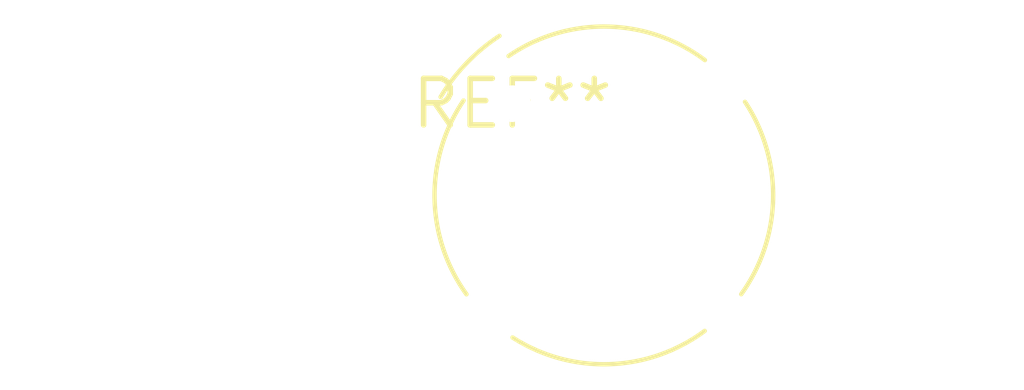
<source format=kicad_pcb>
(kicad_pcb (version 20240108) (generator pcbnew)
  (layers (0 "F.Cu" signal) (31 "B.Cu" signal) (34 "B.Paste" user) (35 "F.Paste" user) (36 "B.SilkS" user "B.Silkscreen") (37 "F.SilkS" user "F.Silkscreen") (38 "B.Mask" user) (39 "F.Mask" user) (44 "Edge.Cuts" user))
  (net 0 "")
  (footprint "Diode_Bridge_Round_D9.0mm" (layer "F.Cu") (at 0 0)
    (property "Reference" "REF**")
    (property "Value" "Diode_Bridge_Round_D9.0mm")
    (fp_arc (start -1.954487 -0.183757) (mid -1.246061 -1.107219) (end -0.35 -1.85) (layer "F.SilkS") (stroke (width 0.12)))
    (fp_arc (start -1.25 5.2) (mid -2.120355 2.569427) (end -1.329431 -0.086109) (layer "F.SilkS") (stroke (width 0.12)))
    (fp_arc (start -0.1 -1.3) (mid 2.595106 -2.103363) (end 5.254731 -1.189371) (layer "F.SilkS") (stroke (width 0.12)))
    (fp_arc (start 5.25 6.2) (mid 2.657169 7.107363) (end 0.008533 6.3788) (layer "F.SilkS") (stroke (width 0.12)))
    (fp_arc (start 6.35 -0.05) (mid 7.117021 2.590098) (end 6.247584 5.198261) (layer "F.SilkS") (stroke (width 0.12)))
    (pad "1" thru_hole rect (at 0 0) (size 2 2) (drill 1) (layers *.Cu *.Mask) (remove_unused_layers))
    (pad "2" thru_hole oval (at 0 5) (size 2 2) (drill 1) (layers *.Cu *.Mask) (remove_unused_layers))
    (pad "3" thru_hole oval (at 5 5) (size 2 2) (drill 1) (layers *.Cu *.Mask) (remove_unused_layers))
    (pad "4" thru_hole oval (at 5 0) (size 2 2) (drill 1) (layers *.Cu *.Mask) (remove_unused_layers))
  )
)
</source>
